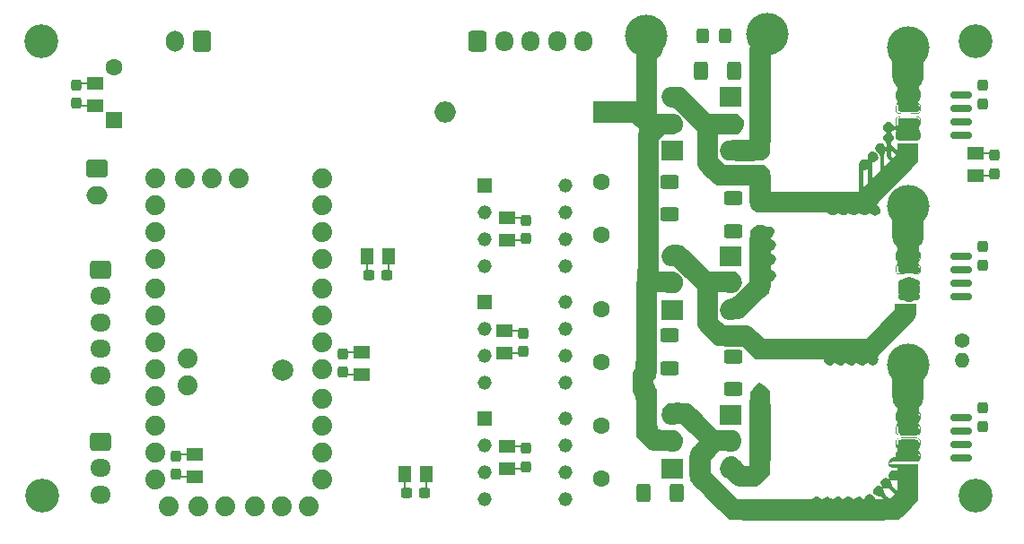
<source format=gbs>
G04 #@! TF.GenerationSoftware,KiCad,Pcbnew,(6.0.7)*
G04 #@! TF.CreationDate,2022-11-24T14:56:22+11:00*
G04 #@! TF.ProjectId,epic esc with regen,65706963-2065-4736-9320-776974682072,rev?*
G04 #@! TF.SameCoordinates,Original*
G04 #@! TF.FileFunction,Soldermask,Bot*
G04 #@! TF.FilePolarity,Negative*
%FSLAX46Y46*%
G04 Gerber Fmt 4.6, Leading zero omitted, Abs format (unit mm)*
G04 Created by KiCad (PCBNEW (6.0.7)) date 2022-11-24 14:56:22*
%MOMM*%
%LPD*%
G01*
G04 APERTURE LIST*
G04 Aperture macros list*
%AMRoundRect*
0 Rectangle with rounded corners*
0 $1 Rounding radius*
0 $2 $3 $4 $5 $6 $7 $8 $9 X,Y pos of 4 corners*
0 Add a 4 corners polygon primitive as box body*
4,1,4,$2,$3,$4,$5,$6,$7,$8,$9,$2,$3,0*
0 Add four circle primitives for the rounded corners*
1,1,$1+$1,$2,$3*
1,1,$1+$1,$4,$5*
1,1,$1+$1,$6,$7*
1,1,$1+$1,$8,$9*
0 Add four rect primitives between the rounded corners*
20,1,$1+$1,$2,$3,$4,$5,0*
20,1,$1+$1,$4,$5,$6,$7,0*
20,1,$1+$1,$6,$7,$8,$9,0*
20,1,$1+$1,$8,$9,$2,$3,0*%
%AMFreePoly0*
4,1,13,0.080902,2.058779,0.100000,2.000000,0.100000,0.725000,0.587500,0.725000,0.587500,-0.725000,-0.587500,-0.725000,-0.587500,0.725000,-0.100000,0.725000,-0.100000,2.000000,-0.080902,2.058779,-0.030902,2.095106,0.030902,2.095106,0.080902,2.058779,0.080902,2.058779,$1*%
G04 Aperture macros list end*
%ADD10C,2.000000*%
%ADD11RoundRect,0.237500X-0.237500X0.300000X-0.237500X-0.300000X0.237500X-0.300000X0.237500X0.300000X0*%
%ADD12FreePoly0,270.000000*%
%ADD13RoundRect,0.237500X0.237500X-0.300000X0.237500X0.300000X-0.237500X0.300000X-0.237500X-0.300000X0*%
%ADD14FreePoly0,90.000000*%
%ADD15RoundRect,0.237500X0.300000X0.237500X-0.300000X0.237500X-0.300000X-0.237500X0.300000X-0.237500X0*%
%ADD16FreePoly0,180.000000*%
%ADD17C,1.600000*%
%ADD18RoundRect,0.250000X-0.750000X0.600000X-0.750000X-0.600000X0.750000X-0.600000X0.750000X0.600000X0*%
%ADD19O,2.000000X1.700000*%
%ADD20R,1.318000X1.318000*%
%ADD21C,1.318000*%
%ADD22RoundRect,0.250000X-0.725000X0.600000X-0.725000X-0.600000X0.725000X-0.600000X0.725000X0.600000X0*%
%ADD23O,1.950000X1.700000*%
%ADD24C,1.879600*%
%ADD25C,3.200000*%
%ADD26R,2.000000X2.000000*%
%ADD27O,2.000000X2.000000*%
%ADD28C,2.000000*%
%ADD29C,1.400000*%
%ADD30O,1.400000X1.400000*%
%ADD31R,1.600000X1.600000*%
%ADD32RoundRect,0.250000X0.600000X0.750000X-0.600000X0.750000X-0.600000X-0.750000X0.600000X-0.750000X0*%
%ADD33O,1.700000X2.000000*%
%ADD34RoundRect,0.250000X-0.600000X-0.725000X0.600000X-0.725000X0.600000X0.725000X-0.600000X0.725000X0*%
%ADD35O,1.700000X1.950000*%
%ADD36RoundRect,0.250000X0.325000X0.450000X-0.325000X0.450000X-0.325000X-0.450000X0.325000X-0.450000X0*%
%ADD37R,2.000000X1.905000*%
%ADD38O,2.000000X1.905000*%
%ADD39RoundRect,0.150000X-0.825000X-0.150000X0.825000X-0.150000X0.825000X0.150000X-0.825000X0.150000X0*%
%ADD40C,4.000000*%
%ADD41RoundRect,0.250000X-0.625000X0.400000X-0.625000X-0.400000X0.625000X-0.400000X0.625000X0.400000X0*%
%ADD42RoundRect,0.250000X-0.400000X-0.625000X0.400000X-0.625000X0.400000X0.625000X-0.400000X0.625000X0*%
%ADD43RoundRect,0.250000X0.625000X-0.400000X0.625000X0.400000X-0.625000X0.400000X-0.625000X-0.400000X0*%
G04 APERTURE END LIST*
D10*
X170229420Y-87128206D02*
X170222729Y-86814006D01*
G36*
X169008059Y-72140375D02*
G01*
X169055738Y-72028833D01*
X169056698Y-72027857D01*
X169069258Y-71979713D01*
X169004142Y-71958197D01*
X168893424Y-71961416D01*
X168769177Y-71987475D01*
X168663472Y-72034484D01*
X168640111Y-72052443D01*
X168578819Y-72118767D01*
X168579813Y-72180372D01*
X168648908Y-72276902D01*
X168678169Y-72311927D01*
X168795701Y-72523115D01*
X168800420Y-72738501D01*
X168692339Y-72950985D01*
X168676832Y-72970017D01*
X168585483Y-73090530D01*
X168537308Y-73177396D01*
X168535091Y-73188915D01*
X168572837Y-73250178D01*
X168672769Y-73366673D01*
X168814933Y-73515465D01*
X168846921Y-73547321D01*
X169158752Y-73855278D01*
X169158752Y-73207142D01*
X171143127Y-73207142D01*
X171143127Y-73968853D01*
X171138784Y-74265826D01*
X171126910Y-74534391D01*
X171109237Y-74747650D01*
X171087498Y-74878705D01*
X171083787Y-74890170D01*
X171032718Y-74961248D01*
X170909117Y-75103649D01*
X170721029Y-75308914D01*
X170476501Y-75568585D01*
X170183579Y-75874206D01*
X169850312Y-76217318D01*
X169484744Y-76589464D01*
X169094923Y-76982185D01*
X169063433Y-77013735D01*
X168612128Y-77466405D01*
X168235663Y-77845830D01*
X167928161Y-78158400D01*
X167683740Y-78410510D01*
X167496523Y-78608549D01*
X167360629Y-78758909D01*
X167270178Y-78867983D01*
X167219292Y-78942162D01*
X167202090Y-78987838D01*
X167212693Y-79011403D01*
X167221964Y-79015635D01*
X167379900Y-79116418D01*
X167506360Y-79284815D01*
X167569162Y-79475051D01*
X167571252Y-79512453D01*
X167520573Y-79696289D01*
X167390763Y-79862002D01*
X167215162Y-79977036D01*
X167060984Y-80010714D01*
X166865517Y-79960117D01*
X166716444Y-79844986D01*
X166550716Y-79679258D01*
X166384988Y-79844986D01*
X166187544Y-79980603D01*
X165981257Y-80003366D01*
X165769140Y-79913189D01*
X165704620Y-79863933D01*
X165530180Y-79717152D01*
X165355741Y-79863933D01*
X165141763Y-79985547D01*
X164927207Y-79995326D01*
X164720356Y-79893133D01*
X164698232Y-79874881D01*
X164540317Y-79739049D01*
X164378890Y-79874881D01*
X164170454Y-79989516D01*
X163955810Y-79991578D01*
X163741441Y-79881175D01*
X163720245Y-79863933D01*
X163545805Y-79717152D01*
X163371366Y-79863933D01*
X163157644Y-79985672D01*
X162943006Y-79994414D01*
X162731827Y-79890119D01*
X162707275Y-79870299D01*
X162540401Y-79729884D01*
X159192974Y-79714384D01*
X155845547Y-79698883D01*
X155627707Y-79524763D01*
X155482770Y-79399292D01*
X155375712Y-79274727D01*
X155300905Y-79131378D01*
X155252721Y-78949552D01*
X155225529Y-78709559D01*
X155213701Y-78391706D01*
X155211518Y-78068861D01*
X155211430Y-77175892D01*
X153707154Y-77175892D01*
X153216606Y-77174445D01*
X152827473Y-77169734D01*
X152527809Y-77161203D01*
X152305670Y-77148298D01*
X152149110Y-77130463D01*
X152046184Y-77107144D01*
X152020435Y-77097504D01*
X151905532Y-77022668D01*
X151733846Y-76879268D01*
X151522446Y-76684786D01*
X151288402Y-76456703D01*
X151048782Y-76212501D01*
X150820655Y-75969661D01*
X150621090Y-75745667D01*
X150467155Y-75558000D01*
X150375921Y-75424141D01*
X150365474Y-75402500D01*
X150339051Y-75320335D01*
X150318359Y-75206277D01*
X150302771Y-75047179D01*
X150291658Y-74829899D01*
X150284391Y-74541289D01*
X150280340Y-74168205D01*
X150278878Y-73697503D01*
X150278841Y-73591119D01*
X150278841Y-71987079D01*
X149187435Y-70902350D01*
X148862288Y-70579699D01*
X148606208Y-70328037D01*
X148408011Y-70138247D01*
X148256509Y-70001209D01*
X148140518Y-69907805D01*
X148048851Y-69848916D01*
X147970323Y-69815423D01*
X147893749Y-69798208D01*
X147822486Y-69789628D01*
X147523345Y-69704356D01*
X147257670Y-69522511D01*
X147048761Y-69260455D01*
X147035450Y-69236972D01*
X146944936Y-68963176D01*
X146952063Y-68672957D01*
X147048412Y-68390005D01*
X147225564Y-68138012D01*
X147475100Y-67940670D01*
X147501252Y-67926169D01*
X147668571Y-67871774D01*
X147910584Y-67835445D01*
X148189842Y-67818436D01*
X148468901Y-67821998D01*
X148710313Y-67847384D01*
X148843565Y-67881281D01*
X148923065Y-67935592D01*
X149070819Y-68060096D01*
X149275434Y-68244274D01*
X149525519Y-68477605D01*
X149809682Y-68749570D01*
X150116532Y-69049648D01*
X150222145Y-69154359D01*
X151441118Y-70367138D01*
X152754189Y-70383903D01*
X154067260Y-70400669D01*
X154284993Y-70574790D01*
X154527109Y-70830135D01*
X154665559Y-71115229D01*
X154700344Y-71413869D01*
X154631462Y-71709849D01*
X154458913Y-71986969D01*
X154285048Y-72154227D01*
X154067370Y-72328348D01*
X153165293Y-72346423D01*
X152263216Y-72364499D01*
X152263216Y-74578120D01*
X152523396Y-74882663D01*
X152783576Y-75187207D01*
X154672684Y-75203536D01*
X156561792Y-75219866D01*
X156779580Y-75393986D01*
X156924502Y-75519473D01*
X157031548Y-75644048D01*
X157106345Y-75787406D01*
X157154523Y-75969238D01*
X157181710Y-76209238D01*
X157193535Y-76527097D01*
X157195717Y-76849888D01*
X157195805Y-77742857D01*
X165530180Y-77742857D01*
X165532006Y-77368994D01*
X165927055Y-77368994D01*
X166380627Y-76926094D01*
X166380627Y-76255248D01*
X166379738Y-75971624D01*
X166375012Y-75784157D01*
X166363363Y-75675614D01*
X166341702Y-75628763D01*
X166306944Y-75626369D01*
X166270961Y-75643094D01*
X166124404Y-75692530D01*
X166044176Y-75701785D01*
X165998804Y-75706741D01*
X165966970Y-75732968D01*
X165946280Y-75797504D01*
X165934339Y-75917388D01*
X165928754Y-76109658D01*
X165927131Y-76391352D01*
X165927055Y-76535390D01*
X165927055Y-77368994D01*
X165532006Y-77368994D01*
X165535925Y-76566406D01*
X165537191Y-76200335D01*
X165537387Y-75862294D01*
X165536578Y-75572608D01*
X165534828Y-75351600D01*
X165532203Y-75219596D01*
X165531579Y-75205676D01*
X165570919Y-75002805D01*
X165693491Y-74836997D01*
X165870744Y-74726277D01*
X166074127Y-74688668D01*
X166270086Y-74739472D01*
X166335305Y-74766045D01*
X166360798Y-74736578D01*
X166355119Y-74628479D01*
X166344100Y-74543977D01*
X166330638Y-74375119D01*
X166361128Y-74261112D01*
X166453559Y-74146426D01*
X166482355Y-74117227D01*
X166682975Y-73975032D01*
X166885036Y-73945898D01*
X167084983Y-74029862D01*
X167178738Y-74109924D01*
X167316544Y-74308399D01*
X167341441Y-74511252D01*
X167253427Y-74712406D01*
X167178738Y-74799004D01*
X167045637Y-74904808D01*
X166920986Y-74961638D01*
X166895256Y-74964732D01*
X166848294Y-74969886D01*
X166815826Y-74997105D01*
X166795183Y-75064022D01*
X166783697Y-75188271D01*
X166778697Y-75387486D01*
X166777515Y-75679302D01*
X166777502Y-75742670D01*
X166777502Y-76520608D01*
X167146029Y-76155357D01*
X167514555Y-75790106D01*
X167514555Y-74984364D01*
X167513552Y-74666297D01*
X167508938Y-74443545D01*
X167498311Y-74298039D01*
X167479267Y-74211708D01*
X167449401Y-74166482D01*
X167406309Y-74144290D01*
X167402641Y-74143103D01*
X167251448Y-74045087D01*
X167127961Y-73879741D01*
X167063964Y-73693056D01*
X167060984Y-73648707D01*
X167111663Y-73464871D01*
X167241472Y-73299158D01*
X167417073Y-73184124D01*
X167571252Y-73150446D01*
X167769964Y-73198182D01*
X167930536Y-73322629D01*
X168037338Y-73495649D01*
X168074737Y-73689103D01*
X168027103Y-73874852D01*
X167998278Y-73919185D01*
X167959219Y-74004903D01*
X167933275Y-74151320D01*
X167918581Y-74375734D01*
X167913269Y-74695443D01*
X167913233Y-74707466D01*
X167911430Y-75385692D01*
X168477832Y-74827808D01*
X168308024Y-74652611D01*
X168235498Y-74574244D01*
X168187272Y-74501042D01*
X168158389Y-74408644D01*
X168143890Y-74272691D01*
X168138819Y-74068823D01*
X168138800Y-74060864D01*
X168546087Y-74060864D01*
X168548326Y-74273862D01*
X168590608Y-74412291D01*
X168626806Y-74461834D01*
X168694800Y-74526975D01*
X168752994Y-74528559D01*
X168839701Y-74459806D01*
X168885836Y-74415992D01*
X169046796Y-74261783D01*
X168805118Y-74015022D01*
X168563439Y-73768261D01*
X168546087Y-74060864D01*
X168138800Y-74060864D01*
X168138216Y-73818291D01*
X168137336Y-73535970D01*
X168131389Y-73342853D01*
X168115413Y-73214751D01*
X168084447Y-73127475D01*
X168033528Y-73056836D01*
X167968127Y-72989079D01*
X167828366Y-72789386D01*
X167799868Y-72587005D01*
X167882822Y-72390998D01*
X167953953Y-72309812D01*
X168109868Y-72158258D01*
X167953953Y-72005959D01*
X167822572Y-71814715D01*
X167802603Y-71613387D01*
X167893898Y-71412190D01*
X167963766Y-71331799D01*
X168159951Y-71192540D01*
X168357215Y-71166552D01*
X168556267Y-71253866D01*
X168680504Y-71364508D01*
X168832657Y-71510240D01*
X168931716Y-71559688D01*
X168986220Y-71508717D01*
X169004707Y-71353190D01*
X169002095Y-71208712D01*
X168999833Y-71133866D01*
X169056438Y-71133866D01*
X169057511Y-71364558D01*
X169090618Y-71490749D01*
X169111492Y-71512082D01*
X169179461Y-71537264D01*
X169219836Y-71498043D01*
X169239111Y-71377886D01*
X169243796Y-71175322D01*
X169243796Y-70854241D01*
X169731142Y-70813627D01*
X170032466Y-70798861D01*
X170363191Y-70798494D01*
X170654142Y-70812526D01*
X170666633Y-70813627D01*
X171114779Y-70854241D01*
X171131782Y-71180245D01*
X171157660Y-71388565D01*
X171200149Y-71491019D01*
X171247612Y-71491559D01*
X171288414Y-71394136D01*
X171310921Y-71202704D01*
X171312348Y-71118912D01*
X171301336Y-70960804D01*
X171260348Y-70842947D01*
X171175203Y-70759607D01*
X171031719Y-70705051D01*
X170815712Y-70673546D01*
X170513002Y-70659358D01*
X170168841Y-70656639D01*
X169792081Y-70659449D01*
X169513442Y-70671351D01*
X169317680Y-70698884D01*
X169189553Y-70748588D01*
X169113816Y-70827002D01*
X169075227Y-70940666D01*
X169058543Y-71096120D01*
X169056438Y-71133866D01*
X168999833Y-71133866D01*
X168996236Y-71014824D01*
X169006594Y-70869700D01*
X169047219Y-70766277D01*
X169132160Y-70697491D01*
X169275467Y-70656279D01*
X169491190Y-70635578D01*
X169793379Y-70628324D01*
X170158292Y-70627455D01*
X170516306Y-70627948D01*
X170778305Y-70630832D01*
X170961666Y-70638215D01*
X171083766Y-70652207D01*
X171161983Y-70674915D01*
X171213693Y-70708448D01*
X171256274Y-70754914D01*
X171261469Y-70761303D01*
X171336761Y-70923869D01*
X171367464Y-71138366D01*
X171352172Y-71354594D01*
X171289475Y-71522352D01*
X171283065Y-71531260D01*
X171214042Y-71692896D01*
X171208061Y-71876611D01*
X171264939Y-72029648D01*
X171284868Y-72052965D01*
X171350229Y-72184669D01*
X171373343Y-72375219D01*
X171355919Y-72578933D01*
X171299669Y-72750132D01*
X171256520Y-72810267D01*
X171207417Y-72851536D01*
X171143517Y-72881411D01*
X171047218Y-72901713D01*
X170900919Y-72914262D01*
X170687019Y-72920876D01*
X170387916Y-72923377D01*
X170159727Y-72923660D01*
X169799175Y-72922586D01*
X169534881Y-72918266D01*
X169349721Y-72909052D01*
X169226571Y-72893294D01*
X169148307Y-72869346D01*
X169097805Y-72835559D01*
X169082494Y-72819977D01*
X169026898Y-72700596D01*
X168995032Y-72519023D01*
X168992851Y-72454008D01*
X169042557Y-72454008D01*
X169045956Y-72629200D01*
X169069290Y-72750121D01*
X169083157Y-72772470D01*
X169111141Y-72795209D01*
X169112633Y-72794184D01*
X171148468Y-72794184D01*
X171172375Y-72789734D01*
X171223963Y-72728560D01*
X171285287Y-72596624D01*
X171312283Y-72426778D01*
X171312348Y-72416730D01*
X171296860Y-72255913D01*
X171260343Y-72136310D01*
X171256520Y-72129910D01*
X171221892Y-72106971D01*
X171204080Y-72180757D01*
X171199917Y-72300000D01*
X171191732Y-72492656D01*
X171173332Y-72660625D01*
X171166493Y-72696875D01*
X171148468Y-72794184D01*
X169112633Y-72794184D01*
X169130172Y-72782139D01*
X169144835Y-72713289D01*
X169159709Y-72568686D01*
X169176338Y-72366351D01*
X169190667Y-72155297D01*
X169189618Y-72038692D01*
X169170629Y-71998318D01*
X169131138Y-72015957D01*
X169127484Y-72018941D01*
X169085769Y-72107265D01*
X169056644Y-72266158D01*
X169042557Y-72454008D01*
X168992851Y-72454008D01*
X168988288Y-72318028D01*
X169008059Y-72140375D01*
G37*
G36*
X168988663Y-102639531D02*
G01*
X169010569Y-102470289D01*
X169066235Y-102356050D01*
X169073707Y-102349107D01*
X169137722Y-102242330D01*
X169158752Y-102122321D01*
X169129543Y-101980501D01*
X169073707Y-101895535D01*
X169014492Y-101782957D01*
X168989647Y-101568922D01*
X168989307Y-101545314D01*
X169045405Y-101545314D01*
X169050091Y-101718067D01*
X169071157Y-101836318D01*
X169084101Y-101858683D01*
X169145562Y-101871643D01*
X169191726Y-101775400D01*
X169221282Y-101573278D01*
X169226375Y-101498660D01*
X169243796Y-101186830D01*
X169691942Y-101146216D01*
X169979014Y-101131450D01*
X170309385Y-101131084D01*
X170613879Y-101145116D01*
X170627433Y-101146216D01*
X171114779Y-101186830D01*
X171122927Y-101498660D01*
X171129792Y-101717955D01*
X171139864Y-101840464D01*
X171158775Y-101882770D01*
X171192158Y-101861454D01*
X171229975Y-101813828D01*
X171296673Y-101648478D01*
X171307563Y-101439548D01*
X171263073Y-101241921D01*
X171224957Y-101171097D01*
X171188357Y-101125417D01*
X171140851Y-101092360D01*
X171065197Y-101069888D01*
X170944158Y-101055963D01*
X170760493Y-101048547D01*
X170496963Y-101045602D01*
X170159064Y-101045089D01*
X169751491Y-101048273D01*
X169449863Y-101058141D01*
X169246901Y-101075166D01*
X169135326Y-101099822D01*
X169113395Y-101113125D01*
X169078680Y-101201534D01*
X169055476Y-101359367D01*
X169045405Y-101545314D01*
X168989307Y-101545314D01*
X168988663Y-101500505D01*
X168992036Y-101329000D01*
X169011758Y-101200813D01*
X169062233Y-101109642D01*
X169157862Y-101049182D01*
X169313051Y-101013132D01*
X169542201Y-100995187D01*
X169859716Y-100989045D01*
X170158887Y-100988392D01*
X170513543Y-100989320D01*
X170772853Y-100993381D01*
X170954859Y-101002496D01*
X171077599Y-101018582D01*
X171159116Y-101043558D01*
X171217449Y-101079343D01*
X171245829Y-101103994D01*
X171337483Y-101256581D01*
X171375682Y-101463451D01*
X171359803Y-101678552D01*
X171289225Y-101855834D01*
X171256520Y-101895535D01*
X171171110Y-102025371D01*
X171143127Y-102138069D01*
X171184588Y-102273208D01*
X171256520Y-102364300D01*
X171336341Y-102496329D01*
X171372053Y-102688949D01*
X171362845Y-102897948D01*
X171307905Y-103079117D01*
X171270694Y-103136641D01*
X171235224Y-103173971D01*
X171188945Y-103202823D01*
X171117659Y-103224474D01*
X171007168Y-103240199D01*
X170843275Y-103251277D01*
X170611780Y-103258984D01*
X170298485Y-103264596D01*
X169889194Y-103269392D01*
X169782413Y-103270489D01*
X169350600Y-103275205D01*
X169018973Y-103280284D01*
X168774324Y-103286937D01*
X168603450Y-103296375D01*
X168493144Y-103309813D01*
X168430202Y-103328461D01*
X168401418Y-103353531D01*
X168393588Y-103386236D01*
X168393350Y-103397991D01*
X168397447Y-103433446D01*
X168418585Y-103460832D01*
X168470038Y-103481390D01*
X168565076Y-103496362D01*
X168716973Y-103506989D01*
X168939001Y-103514511D01*
X169244430Y-103520171D01*
X169646535Y-103525208D01*
X169768238Y-103526566D01*
X171143127Y-103541748D01*
X171143127Y-105124549D01*
X171140864Y-105631957D01*
X171134278Y-106065064D01*
X171123675Y-106415089D01*
X171109358Y-106673251D01*
X171091633Y-106830770D01*
X171082675Y-106866350D01*
X171019558Y-106965041D01*
X170888408Y-107124786D01*
X170704720Y-107329953D01*
X170483988Y-107564909D01*
X170241708Y-107814022D01*
X169993375Y-108061660D01*
X169754486Y-108292191D01*
X169540534Y-108489981D01*
X169367015Y-108639399D01*
X169249425Y-108724811D01*
X169231443Y-108733965D01*
X169190391Y-108745272D01*
X169118856Y-108755478D01*
X169011520Y-108764637D01*
X168863062Y-108772801D01*
X168668166Y-108780021D01*
X168421511Y-108786351D01*
X168117779Y-108791842D01*
X167751652Y-108796546D01*
X167317810Y-108800516D01*
X166810935Y-108803804D01*
X166225707Y-108806462D01*
X165556808Y-108808542D01*
X164798920Y-108810097D01*
X163946723Y-108811178D01*
X162994899Y-108811839D01*
X161938129Y-108812130D01*
X161265595Y-108812150D01*
X160159213Y-108811996D01*
X159160658Y-108811597D01*
X158264366Y-108810892D01*
X157464771Y-108809819D01*
X156756309Y-108808317D01*
X156133415Y-108806326D01*
X155590523Y-108803783D01*
X155122068Y-108800627D01*
X154722485Y-108796797D01*
X154386210Y-108792232D01*
X154107678Y-108786870D01*
X153881322Y-108780650D01*
X153701579Y-108773511D01*
X153562882Y-108765391D01*
X153459668Y-108756229D01*
X153386371Y-108745964D01*
X153337426Y-108734535D01*
X153312100Y-108724531D01*
X153226711Y-108661066D01*
X153073872Y-108527041D01*
X152863890Y-108332771D01*
X152607071Y-108088573D01*
X152313721Y-107804765D01*
X151994145Y-107491661D01*
X151658651Y-107159580D01*
X151317544Y-106818837D01*
X150981129Y-106479748D01*
X150659714Y-106152631D01*
X150363604Y-105847803D01*
X150103106Y-105575578D01*
X149888525Y-105346274D01*
X149730167Y-105170208D01*
X149638338Y-105057696D01*
X149621149Y-105029834D01*
X149592133Y-104931236D01*
X149570493Y-104778138D01*
X149555463Y-104557281D01*
X149546280Y-104255410D01*
X149542179Y-103859268D01*
X149541788Y-103653125D01*
X149543083Y-103209824D01*
X149550173Y-102861892D01*
X149567866Y-102591308D01*
X149600969Y-102380053D01*
X149654288Y-102210106D01*
X149732632Y-102063448D01*
X149840808Y-101922057D01*
X149983622Y-101767915D01*
X150067507Y-101682469D01*
X150418208Y-101327662D01*
X149598030Y-100506018D01*
X148777852Y-99684375D01*
X148237618Y-99684375D01*
X147895541Y-99672214D01*
X147637212Y-99628664D01*
X147434909Y-99543121D01*
X147260907Y-99404980D01*
X147133610Y-99262095D01*
X147035853Y-99126258D01*
X146984077Y-98997736D01*
X146964349Y-98830236D01*
X146962100Y-98692187D01*
X146969312Y-98479224D01*
X147000237Y-98332939D01*
X147068805Y-98207042D01*
X147133610Y-98122279D01*
X147267076Y-97970473D01*
X147399036Y-97859714D01*
X147550378Y-97783689D01*
X147741989Y-97736087D01*
X147994758Y-97710594D01*
X148329572Y-97700897D01*
X148530850Y-97700000D01*
X148840301Y-97704028D01*
X149120940Y-97715096D01*
X149347594Y-97731673D01*
X149495090Y-97752232D01*
X149523922Y-97760299D01*
X149603373Y-97814612D01*
X149751063Y-97939155D01*
X149955618Y-98123416D01*
X150205662Y-98356881D01*
X150489821Y-98629036D01*
X150796719Y-98929369D01*
X150904159Y-99035969D01*
X152124789Y-100251339D01*
X152904529Y-100251339D01*
X153282050Y-100256047D01*
X153567399Y-100273609D01*
X153781535Y-100309179D01*
X153945416Y-100367914D01*
X154080002Y-100454969D01*
X154201462Y-100570360D01*
X154382044Y-100838084D01*
X154464707Y-101132403D01*
X154454057Y-101431476D01*
X154354699Y-101713459D01*
X154171241Y-101956511D01*
X153908288Y-102138789D01*
X153866711Y-102157652D01*
X153690904Y-102200774D01*
X153406741Y-102226912D01*
X153018032Y-102235714D01*
X152350927Y-102235714D01*
X151938545Y-102645344D01*
X151526162Y-103054974D01*
X151526163Y-103652168D01*
X151526163Y-104249362D01*
X152816459Y-105538743D01*
X154106755Y-106828125D01*
X161006445Y-106828125D01*
X161174895Y-106686383D01*
X161385922Y-106567808D01*
X161600224Y-106562385D01*
X161814128Y-106670086D01*
X161840562Y-106691423D01*
X162015002Y-106838204D01*
X162189441Y-106691423D01*
X162349849Y-106591609D01*
X162509291Y-106545252D01*
X162525270Y-106544642D01*
X162680182Y-106582646D01*
X162843940Y-106677550D01*
X162861098Y-106691423D01*
X163035538Y-106838204D01*
X163209977Y-106691423D01*
X163423960Y-106569767D01*
X163638869Y-106560564D01*
X163848219Y-106663924D01*
X163868622Y-106680475D01*
X164030050Y-106816307D01*
X164187964Y-106680475D01*
X164393450Y-106565845D01*
X164607559Y-106563204D01*
X164822010Y-106672413D01*
X164845473Y-106691423D01*
X165019913Y-106838204D01*
X165194352Y-106691423D01*
X165354760Y-106591609D01*
X165514202Y-106545252D01*
X165530180Y-106544642D01*
X165685093Y-106582646D01*
X165848851Y-106677550D01*
X165866009Y-106691423D01*
X165977969Y-106777390D01*
X166029499Y-106788940D01*
X166040448Y-106743759D01*
X166088705Y-106613134D01*
X166209712Y-106478965D01*
X166367827Y-106371002D01*
X166527404Y-106318997D01*
X166550716Y-106317857D01*
X166705147Y-106357542D01*
X166865194Y-106456948D01*
X166995123Y-106586603D01*
X167059200Y-106717032D01*
X167060984Y-106738719D01*
X167080834Y-106786294D01*
X167154908Y-106813818D01*
X167304992Y-106826073D01*
X167468466Y-106828125D01*
X167875949Y-106828125D01*
X167723870Y-106669388D01*
X167592463Y-106560268D01*
X167457016Y-106528332D01*
X167374733Y-106533658D01*
X167176854Y-106504944D01*
X167000826Y-106390898D01*
X166876706Y-106219281D01*
X166834198Y-106034375D01*
X166885265Y-105840483D01*
X167016745Y-105669640D01*
X167196063Y-105554423D01*
X167344466Y-105524107D01*
X167540498Y-105575436D01*
X167711152Y-105708263D01*
X167825177Y-105890844D01*
X167854734Y-106042405D01*
X167872533Y-106163688D01*
X167937243Y-106287204D01*
X168065832Y-106440859D01*
X168150350Y-106528581D01*
X168445967Y-106827916D01*
X168689261Y-106589141D01*
X168932554Y-106350366D01*
X168642677Y-106056843D01*
X168486883Y-105904456D01*
X168377114Y-105819501D01*
X168282614Y-105785971D01*
X168172624Y-105787856D01*
X168134852Y-105792552D01*
X167979200Y-105799063D01*
X167862520Y-105753014D01*
X167744078Y-105648959D01*
X167602005Y-105448401D01*
X167572989Y-105246319D01*
X167657065Y-105046338D01*
X167736980Y-104952781D01*
X167925841Y-104818511D01*
X168081520Y-104787053D01*
X168278541Y-104838493D01*
X168449085Y-104971936D01*
X168562551Y-105156066D01*
X168591788Y-105309265D01*
X168608752Y-105432724D01*
X168671614Y-105553557D01*
X168798321Y-105701415D01*
X168877601Y-105781372D01*
X169163415Y-106062723D01*
X169146909Y-105552455D01*
X169130404Y-105042187D01*
X168889912Y-105061191D01*
X168715742Y-105060083D01*
X168589330Y-105007008D01*
X168478863Y-104909637D01*
X168338146Y-104709750D01*
X168310436Y-104507435D01*
X168395764Y-104307079D01*
X168474033Y-104215728D01*
X168673690Y-104080693D01*
X168886823Y-104054694D01*
X169049086Y-104108691D01*
X169121661Y-104135509D01*
X169152418Y-104094501D01*
X169158752Y-103964955D01*
X169152239Y-103834478D01*
X169121104Y-103794367D01*
X169049086Y-103821219D01*
X168847051Y-103872055D01*
X168643105Y-103831443D01*
X168466217Y-103717041D01*
X168345353Y-103546508D01*
X168308305Y-103369642D01*
X168358803Y-103177764D01*
X168488571Y-103007308D01*
X168665020Y-102891146D01*
X168814212Y-102859375D01*
X168927257Y-102850356D01*
X168976618Y-102801300D01*
X168988073Y-102683418D01*
X169044906Y-102683418D01*
X169058279Y-102834973D01*
X169096167Y-102943272D01*
X169139853Y-102972767D01*
X169149872Y-102921353D01*
X169156377Y-102788208D01*
X169156560Y-102770992D01*
X171144930Y-102770992D01*
X171145893Y-102991398D01*
X171153612Y-103114954D01*
X171172041Y-103158168D01*
X171205132Y-103137549D01*
X171226368Y-103111171D01*
X171281012Y-102983669D01*
X171310082Y-102808742D01*
X171311413Y-102770992D01*
X171292419Y-102594569D01*
X171243199Y-102451261D01*
X171229975Y-102430814D01*
X171188729Y-102386302D01*
X171163691Y-102397919D01*
X171150730Y-102482193D01*
X171145712Y-102655650D01*
X171144930Y-102770992D01*
X169156560Y-102770992D01*
X169157884Y-102646763D01*
X169151519Y-102465015D01*
X169132536Y-102388695D01*
X169102055Y-102405803D01*
X169058636Y-102527423D01*
X169044906Y-102683418D01*
X168988073Y-102683418D01*
X168988483Y-102679204D01*
X168988663Y-102639531D01*
G37*
G36*
X169014398Y-84774767D02*
G01*
X169070255Y-84662842D01*
X169073707Y-84659821D01*
X169137722Y-84553044D01*
X169158752Y-84433035D01*
X169129543Y-84291215D01*
X169073707Y-84206250D01*
X169014761Y-84094610D01*
X168989767Y-83882241D01*
X168988714Y-83812721D01*
X169045359Y-83812721D01*
X169054042Y-83992550D01*
X169076685Y-84114322D01*
X169102055Y-84149553D01*
X169131617Y-84097437D01*
X169151879Y-83959174D01*
X169158068Y-83795748D01*
X171144923Y-83795748D01*
X171144930Y-83823549D01*
X171147860Y-84031516D01*
X171157507Y-84142852D01*
X171178603Y-84174301D01*
X171215877Y-84142607D01*
X171229975Y-84124543D01*
X171286264Y-83994140D01*
X171312891Y-83822282D01*
X171313216Y-83803175D01*
X171296951Y-83584853D01*
X171251255Y-83450058D01*
X171193757Y-83412500D01*
X171169418Y-83464472D01*
X171152025Y-83601612D01*
X171144923Y-83795748D01*
X169158068Y-83795748D01*
X169158752Y-83777680D01*
X169150973Y-83570631D01*
X169128843Y-83457119D01*
X169102055Y-83440848D01*
X169071720Y-83512222D01*
X169051145Y-83661336D01*
X169045359Y-83812721D01*
X168988714Y-83812721D01*
X168988663Y-83809375D01*
X169005009Y-83569646D01*
X169054954Y-83432300D01*
X169073707Y-83412500D01*
X169149686Y-83281597D01*
X169144457Y-83102311D01*
X169061648Y-82901496D01*
X168990911Y-82799688D01*
X168897558Y-82677248D01*
X168822848Y-82558332D01*
X168764720Y-82428884D01*
X168721107Y-82274846D01*
X168689949Y-82082162D01*
X168669179Y-81836774D01*
X168656735Y-81524627D01*
X168650553Y-81131663D01*
X168648569Y-80643824D01*
X168648484Y-80467257D01*
X168649637Y-79934923D01*
X168654786Y-79502233D01*
X168666465Y-79155449D01*
X168687211Y-78880832D01*
X168719557Y-78664642D01*
X168766040Y-78493142D01*
X168829193Y-78352591D01*
X168911551Y-78229251D01*
X169015651Y-78109382D01*
X169099356Y-78023639D01*
X169423691Y-77772659D01*
X169782161Y-77622777D01*
X170157547Y-77573995D01*
X170532633Y-77626311D01*
X170890200Y-77779726D01*
X171202523Y-78023639D01*
X171322706Y-78148918D01*
X171419440Y-78268408D01*
X171495259Y-78395850D01*
X171552700Y-78544980D01*
X171594295Y-78729539D01*
X171622582Y-78963266D01*
X171640093Y-79259899D01*
X171649366Y-79633177D01*
X171652933Y-80096839D01*
X171653395Y-80467257D01*
X171652310Y-80988077D01*
X171647681Y-81409571D01*
X171637444Y-81745796D01*
X171619535Y-82010808D01*
X171591890Y-82218664D01*
X171552446Y-82383422D01*
X171499138Y-82519138D01*
X171429904Y-82639868D01*
X171342679Y-82759671D01*
X171310967Y-82799688D01*
X171181884Y-83001785D01*
X171152025Y-83176068D01*
X171219286Y-83345622D01*
X171256520Y-83397029D01*
X171348683Y-83597416D01*
X171369913Y-83806330D01*
X171344624Y-84032589D01*
X171262836Y-84186239D01*
X171256520Y-84193188D01*
X171172151Y-84327625D01*
X171143127Y-84446412D01*
X171184666Y-84583522D01*
X171256520Y-84675014D01*
X171332255Y-84776642D01*
X171365699Y-84933350D01*
X171369913Y-85056141D01*
X171352227Y-85270481D01*
X171292385Y-85411703D01*
X171256520Y-85453571D01*
X171207417Y-85494839D01*
X171143517Y-85524714D01*
X171047218Y-85545016D01*
X170900919Y-85557565D01*
X170687019Y-85564180D01*
X170387916Y-85566681D01*
X170159727Y-85566964D01*
X169799175Y-85565890D01*
X169534881Y-85561570D01*
X169349721Y-85552355D01*
X169226571Y-85536598D01*
X169148307Y-85512650D01*
X169097805Y-85478863D01*
X169082494Y-85463281D01*
X169022653Y-85338269D01*
X168991053Y-85154100D01*
X168989716Y-85061200D01*
X169055590Y-85061200D01*
X169059266Y-85239464D01*
X169082086Y-85379568D01*
X169106025Y-85430006D01*
X169154299Y-85460484D01*
X169250742Y-85482591D01*
X169410026Y-85497451D01*
X169646820Y-85506186D01*
X169975793Y-85509920D01*
X170154667Y-85510267D01*
X170510387Y-85509680D01*
X170769909Y-85506568D01*
X170950427Y-85498907D01*
X171069135Y-85484673D01*
X171143226Y-85461842D01*
X171189894Y-85428389D01*
X171224957Y-85384259D01*
X171294797Y-85206256D01*
X171309238Y-84988477D01*
X171265358Y-84791665D01*
X171254525Y-84769486D01*
X171187578Y-84674729D01*
X171142804Y-84685458D01*
X171118712Y-84803963D01*
X171113351Y-84985825D01*
X171114779Y-85311830D01*
X170627433Y-85352444D01*
X170326109Y-85367209D01*
X169995384Y-85367576D01*
X169704433Y-85353544D01*
X169691942Y-85352444D01*
X169243796Y-85311830D01*
X169226681Y-84982081D01*
X169206230Y-84778476D01*
X169170865Y-84682548D01*
X169141637Y-84674730D01*
X169098554Y-84741104D01*
X169069279Y-84882504D01*
X169055590Y-85061200D01*
X168989716Y-85061200D01*
X168988149Y-84952392D01*
X169014398Y-84774767D01*
G37*
G36*
X168990466Y-100262298D02*
G01*
X169007795Y-100036983D01*
X169052095Y-99870685D01*
X169075510Y-99829453D01*
X169151118Y-99645381D01*
X169118981Y-99453927D01*
X169071904Y-99375882D01*
X169019746Y-99247489D01*
X168991218Y-99054813D01*
X168988663Y-98975669D01*
X168995906Y-98888859D01*
X169044309Y-98888859D01*
X169047502Y-99067600D01*
X169069675Y-99224842D01*
X169109029Y-99325523D01*
X169139853Y-99344196D01*
X169148915Y-99292202D01*
X169155343Y-99155011D01*
X169157703Y-98975669D01*
X171146733Y-98975669D01*
X171148569Y-99197127D01*
X171156743Y-99321714D01*
X171175252Y-99365929D01*
X171208094Y-99346269D01*
X171229975Y-99319185D01*
X171283815Y-99192234D01*
X171312006Y-99016931D01*
X171313216Y-98975669D01*
X171293332Y-98798377D01*
X171244116Y-98654244D01*
X171229975Y-98632153D01*
X171188886Y-98587834D01*
X171164038Y-98599519D01*
X171151432Y-98683705D01*
X171147072Y-98856892D01*
X171146733Y-98975669D01*
X169157703Y-98975669D01*
X169157899Y-98960810D01*
X169157884Y-98933147D01*
X169152226Y-98716437D01*
X169135764Y-98607104D01*
X169107542Y-98599562D01*
X169102055Y-98607142D01*
X169061894Y-98723685D01*
X169044309Y-98888859D01*
X168995906Y-98888859D01*
X169005713Y-98771318D01*
X169050168Y-98613102D01*
X169071904Y-98575456D01*
X169149118Y-98397710D01*
X169119766Y-98203280D01*
X168990911Y-97994331D01*
X168900752Y-97876745D01*
X168827943Y-97763108D01*
X168770639Y-97640078D01*
X168726993Y-97494310D01*
X168695157Y-97312461D01*
X168673286Y-97081187D01*
X168659531Y-96787145D01*
X168652048Y-96416992D01*
X168648988Y-95957384D01*
X168648484Y-95520159D01*
X168649386Y-94968863D01*
X168653609Y-94517890D01*
X168663434Y-94154172D01*
X168681138Y-93864645D01*
X168709001Y-93636242D01*
X168749300Y-93455897D01*
X168804314Y-93310544D01*
X168876323Y-93187118D01*
X168967604Y-93072552D01*
X169080436Y-92953780D01*
X169099356Y-92934800D01*
X169423691Y-92683819D01*
X169782161Y-92533938D01*
X170157547Y-92485156D01*
X170532633Y-92537472D01*
X170890200Y-92690887D01*
X171202523Y-92934800D01*
X171318784Y-93055329D01*
X171413151Y-93169692D01*
X171487905Y-93290957D01*
X171545323Y-93432189D01*
X171587683Y-93606454D01*
X171617265Y-93826817D01*
X171636348Y-94106346D01*
X171647209Y-94458105D01*
X171652127Y-94895161D01*
X171653382Y-95430580D01*
X171653395Y-95520159D01*
X171652531Y-96060250D01*
X171648709Y-96500297D01*
X171640082Y-96853644D01*
X171624803Y-97133635D01*
X171601026Y-97353612D01*
X171566903Y-97526919D01*
X171520589Y-97666900D01*
X171460235Y-97786898D01*
X171383996Y-97900257D01*
X171310967Y-97994331D01*
X171181884Y-98196428D01*
X171152025Y-98370711D01*
X171219286Y-98540265D01*
X171256520Y-98591672D01*
X171349523Y-98794452D01*
X171369913Y-98975669D01*
X171329941Y-99223200D01*
X171256520Y-99359667D01*
X171176299Y-99489822D01*
X171143127Y-99599330D01*
X171176574Y-99709418D01*
X171256520Y-99838993D01*
X171344213Y-100023265D01*
X171373247Y-100247967D01*
X171343751Y-100467399D01*
X171255848Y-100635859D01*
X171254311Y-100637523D01*
X171206046Y-100683182D01*
X171147542Y-100716022D01*
X171060747Y-100738148D01*
X170927608Y-100751663D01*
X170730075Y-100758671D01*
X170450095Y-100761276D01*
X170189694Y-100761607D01*
X169821282Y-100759667D01*
X169549275Y-100752921D01*
X169356736Y-100739979D01*
X169226729Y-100719450D01*
X169142319Y-100689943D01*
X169114671Y-100673347D01*
X169040340Y-100602091D01*
X169002563Y-100499410D01*
X168994338Y-100382602D01*
X169051363Y-100382602D01*
X169064974Y-100504257D01*
X169111662Y-100590232D01*
X169205727Y-100646773D01*
X169361467Y-100680121D01*
X169593178Y-100696521D01*
X169915160Y-100702216D01*
X170165113Y-100703107D01*
X170511218Y-100702769D01*
X170762264Y-100698874D01*
X170936573Y-100689446D01*
X171052469Y-100672508D01*
X171128274Y-100646085D01*
X171182312Y-100608200D01*
X171199823Y-100591517D01*
X171272253Y-100468446D01*
X171310114Y-100301599D01*
X171314432Y-100124361D01*
X171286235Y-99970115D01*
X171226549Y-99872245D01*
X171177162Y-99854464D01*
X171133429Y-99908868D01*
X171113423Y-100067284D01*
X171112358Y-100152120D01*
X171114779Y-100449776D01*
X170774600Y-100499495D01*
X170160141Y-100547575D01*
X169579444Y-100504060D01*
X169555627Y-100500281D01*
X169243796Y-100449776D01*
X169226531Y-100148426D01*
X169202031Y-99956069D01*
X169163227Y-99870588D01*
X169119692Y-99888008D01*
X169080996Y-100004354D01*
X169056712Y-100215651D01*
X169056533Y-100219026D01*
X169051363Y-100382602D01*
X168994338Y-100382602D01*
X168990622Y-100329836D01*
X168990466Y-100262298D01*
G37*
G36*
X156534658Y-80919944D02*
G01*
X156636786Y-80964151D01*
X156886196Y-81041016D01*
X157044000Y-81043185D01*
X157197440Y-81043042D01*
X157319903Y-81100458D01*
X157420942Y-81190967D01*
X157563632Y-81388746D01*
X157593273Y-81585291D01*
X157509779Y-81782971D01*
X157394243Y-81913716D01*
X157260810Y-82063765D01*
X157201237Y-82184844D01*
X157220342Y-82260832D01*
X157285211Y-82278571D01*
X157412584Y-82326686D01*
X157544588Y-82447210D01*
X157651752Y-82604408D01*
X157704602Y-82762546D01*
X157706073Y-82788839D01*
X157666388Y-82943269D01*
X157566982Y-83103316D01*
X157437327Y-83233246D01*
X157306897Y-83297323D01*
X157285211Y-83299107D01*
X157215700Y-83343678D01*
X157195805Y-83469196D01*
X157219234Y-83601436D01*
X157285211Y-83639285D01*
X157412584Y-83687401D01*
X157544588Y-83807924D01*
X157651752Y-83965122D01*
X157704602Y-84123260D01*
X157706073Y-84149553D01*
X157666388Y-84303984D01*
X157566982Y-84464031D01*
X157437327Y-84593960D01*
X157306897Y-84658037D01*
X157285211Y-84659821D01*
X157227148Y-84688983D01*
X157200311Y-84791726D01*
X157195805Y-84914955D01*
X157206025Y-85080647D01*
X157242028Y-85157231D01*
X157285211Y-85170089D01*
X157412584Y-85218204D01*
X157544588Y-85338728D01*
X157651752Y-85495926D01*
X157704602Y-85654064D01*
X157706073Y-85680357D01*
X157666388Y-85834787D01*
X157566982Y-85994834D01*
X157437327Y-86124764D01*
X157306897Y-86188841D01*
X157285211Y-86190625D01*
X157231672Y-86215253D01*
X157204123Y-86304590D01*
X157195838Y-86481813D01*
X157195805Y-86498764D01*
X157183715Y-86707209D01*
X157152917Y-86894247D01*
X157130986Y-86966509D01*
X157080281Y-87134593D01*
X157060115Y-87267857D01*
X157025557Y-87381176D01*
X156940671Y-87411429D01*
X156864378Y-87453049D01*
X156716801Y-87573390D01*
X156503244Y-87767550D01*
X156229012Y-88030630D01*
X155899409Y-88357731D01*
X155721698Y-88537455D01*
X155424423Y-88835964D01*
X155144047Y-89110423D01*
X154892800Y-89349410D01*
X154682911Y-89541501D01*
X154526610Y-89675276D01*
X154436127Y-89739311D01*
X154433675Y-89740424D01*
X154264612Y-89783348D01*
X154022335Y-89808627D01*
X153744564Y-89816304D01*
X153469016Y-89806425D01*
X153233408Y-89779033D01*
X153085314Y-89738837D01*
X152820097Y-89561661D01*
X152622244Y-89309891D01*
X152509466Y-89010817D01*
X152490002Y-88821496D01*
X152541320Y-88522862D01*
X152681936Y-88254189D01*
X152891846Y-88036168D01*
X153151042Y-87889486D01*
X153439519Y-87834834D01*
X153444091Y-87834821D01*
X153514881Y-87818614D01*
X153610162Y-87763885D01*
X153740815Y-87661470D01*
X153917720Y-87502204D01*
X154151758Y-87276924D01*
X154404240Y-87026187D01*
X155211430Y-86217554D01*
X155211430Y-83939923D01*
X155213009Y-83289763D01*
X155217684Y-82733993D01*
X155225370Y-82276166D01*
X155235978Y-81919833D01*
X155249419Y-81668548D01*
X155265607Y-81525863D01*
X155271734Y-81502686D01*
X155428516Y-81234903D01*
X155657695Y-81033073D01*
X155934777Y-80906860D01*
X156235263Y-80865929D01*
X156534658Y-80919944D01*
G37*
G36*
X157045766Y-62065059D02*
G01*
X157320692Y-62176177D01*
X157552545Y-62361758D01*
X157722309Y-62609112D01*
X157810970Y-62905550D01*
X157819466Y-63035645D01*
X157770547Y-63328961D01*
X157619614Y-63607768D01*
X157429190Y-63821216D01*
X157195805Y-64045334D01*
X157195805Y-68991074D01*
X157195151Y-69995140D01*
X157193180Y-70886853D01*
X157189881Y-71667247D01*
X157185241Y-72337354D01*
X157179248Y-72898207D01*
X157171890Y-73350839D01*
X157163154Y-73696282D01*
X157153030Y-73935570D01*
X157141503Y-74069736D01*
X157135733Y-74096420D01*
X157031937Y-74276517D01*
X156864740Y-74473300D01*
X156670503Y-74649555D01*
X156485589Y-74768070D01*
X156474747Y-74772893D01*
X156355896Y-74798672D01*
X156143289Y-74819615D01*
X155856082Y-74835734D01*
X155513433Y-74847038D01*
X155134500Y-74853538D01*
X154738441Y-74855247D01*
X154344413Y-74852173D01*
X153971573Y-74844329D01*
X153639080Y-74831724D01*
X153366091Y-74814371D01*
X153171764Y-74792278D01*
X153085314Y-74770980D01*
X152816366Y-74595307D01*
X152626367Y-74357216D01*
X152519052Y-74078762D01*
X152498160Y-73782002D01*
X152567424Y-73488991D01*
X152730582Y-73221787D01*
X152809023Y-73139879D01*
X152920808Y-73045531D01*
X153038239Y-72975540D01*
X153180020Y-72926366D01*
X153364851Y-72894471D01*
X153611432Y-72876317D01*
X153938466Y-72868363D01*
X154251282Y-72866964D01*
X155211430Y-72866964D01*
X155211430Y-68164851D01*
X155212152Y-67176910D01*
X155214319Y-66301934D01*
X155217938Y-65539507D01*
X155223013Y-64889211D01*
X155229550Y-64350628D01*
X155237554Y-63923340D01*
X155247029Y-63606931D01*
X155257982Y-63400981D01*
X155270416Y-63305075D01*
X155271087Y-63303132D01*
X155343462Y-63183058D01*
X155481232Y-63011500D01*
X155663082Y-62810040D01*
X155867691Y-62600260D01*
X156073743Y-62403742D01*
X156259919Y-62242067D01*
X156404901Y-62136818D01*
X156442757Y-62116962D01*
X156746783Y-62041090D01*
X157045766Y-62065059D01*
G37*
G36*
X156283808Y-95847830D02*
G01*
X156410314Y-95914233D01*
X156571973Y-96043173D01*
X156694012Y-96155022D01*
X156866934Y-96331142D01*
X157013493Y-96503909D01*
X157107000Y-96641299D01*
X157117747Y-96663469D01*
X157134978Y-96760667D01*
X157150297Y-96959358D01*
X157163705Y-97247706D01*
X157175205Y-97613879D01*
X157184797Y-98046041D01*
X157192483Y-98532359D01*
X157198264Y-99060998D01*
X157202143Y-99620126D01*
X157204120Y-100197907D01*
X157204196Y-100782508D01*
X157202374Y-101362095D01*
X157198655Y-101924833D01*
X157193040Y-102458889D01*
X157185531Y-102952429D01*
X157176129Y-103393619D01*
X157164835Y-103770624D01*
X157151652Y-104071611D01*
X157136580Y-104284745D01*
X157119621Y-104398193D01*
X157116789Y-104406173D01*
X157037017Y-104531202D01*
X156893085Y-104705065D01*
X156706574Y-104906444D01*
X156499066Y-105114021D01*
X156292142Y-105306479D01*
X156107386Y-105462499D01*
X155966378Y-105560763D01*
X155930619Y-105577843D01*
X155794333Y-105605314D01*
X155574040Y-105624064D01*
X155296320Y-105634382D01*
X154987754Y-105636558D01*
X154674920Y-105630882D01*
X154384398Y-105617643D01*
X154142769Y-105597132D01*
X153976611Y-105569637D01*
X153935761Y-105556093D01*
X153823231Y-105481204D01*
X153657024Y-105341071D01*
X153455679Y-105154560D01*
X153237732Y-104940534D01*
X153021722Y-104717856D01*
X152826186Y-104505391D01*
X152669661Y-104322002D01*
X152570686Y-104186553D01*
X152549582Y-104145527D01*
X152489040Y-103836753D01*
X152525406Y-103531142D01*
X152645934Y-103249676D01*
X152837880Y-103013339D01*
X153088499Y-102843113D01*
X153385046Y-102759980D01*
X153391555Y-102759331D01*
X153629132Y-102761174D01*
X153842808Y-102823995D01*
X154054905Y-102959654D01*
X154287746Y-103180014D01*
X154385484Y-103287494D01*
X154546405Y-103465421D01*
X154661215Y-103573783D01*
X154756864Y-103629733D01*
X154860305Y-103650425D01*
X154959958Y-103653125D01*
X155211430Y-103653125D01*
X155211430Y-100249518D01*
X155211818Y-99521509D01*
X155213105Y-98898606D01*
X155215479Y-98372525D01*
X155219124Y-97934982D01*
X155224227Y-97577691D01*
X155230975Y-97292369D01*
X155239553Y-97070730D01*
X155250148Y-96904492D01*
X155262946Y-96785368D01*
X155278132Y-96705075D01*
X155292022Y-96663469D01*
X155370638Y-96532884D01*
X155503010Y-96358153D01*
X155662088Y-96174681D01*
X155680494Y-96155022D01*
X155853523Y-95981549D01*
X155982414Y-95880874D01*
X156092424Y-95836121D01*
X156168355Y-95829017D01*
X156283808Y-95847830D01*
G37*
G36*
X169034037Y-69568877D02*
G01*
X169071904Y-69490189D01*
X169142389Y-69332238D01*
X169148638Y-69161895D01*
X169090467Y-69027707D01*
X169073707Y-69011607D01*
X169014761Y-68899967D01*
X168989767Y-68687598D01*
X168989082Y-68642414D01*
X169042957Y-68642414D01*
X169058980Y-68815348D01*
X169089961Y-68949936D01*
X169134159Y-69010908D01*
X169139853Y-69011607D01*
X169149134Y-68959675D01*
X169155877Y-68822923D01*
X169158732Y-68629919D01*
X169158748Y-68614732D01*
X171146733Y-68614732D01*
X171148684Y-68827259D01*
X171157469Y-68943079D01*
X171177490Y-68978854D01*
X171213146Y-68951244D01*
X171229975Y-68929900D01*
X171287010Y-68798439D01*
X171313054Y-68627783D01*
X171313216Y-68614732D01*
X171290468Y-68444117D01*
X171235184Y-68306851D01*
X171229975Y-68299564D01*
X171187866Y-68253855D01*
X171162919Y-68265751D01*
X171150734Y-68351913D01*
X171146910Y-68529000D01*
X171146733Y-68614732D01*
X169158748Y-68614732D01*
X169158752Y-68611386D01*
X169151476Y-68393154D01*
X169130668Y-68269234D01*
X169102055Y-68246205D01*
X169062753Y-68322574D01*
X169043635Y-68466400D01*
X169042957Y-68642414D01*
X168989082Y-68642414D01*
X168988663Y-68614732D01*
X169005009Y-68375003D01*
X169054954Y-68237657D01*
X169073707Y-68217857D01*
X169150070Y-68087368D01*
X169133774Y-67912327D01*
X169027357Y-67709786D01*
X168990911Y-67661742D01*
X168895442Y-67536053D01*
X168819497Y-67413571D01*
X168760861Y-67279755D01*
X168717320Y-67120066D01*
X168686657Y-66919964D01*
X168666658Y-66664908D01*
X168655106Y-66340359D01*
X168649787Y-65931776D01*
X168648484Y-65424619D01*
X168648484Y-65414355D01*
X168649824Y-64893558D01*
X168655654Y-64471947D01*
X168668686Y-64135329D01*
X168691635Y-63869513D01*
X168727211Y-63660305D01*
X168778130Y-63493513D01*
X168847104Y-63354944D01*
X168936846Y-63230405D01*
X169050069Y-63105704D01*
X169099356Y-63055782D01*
X169423691Y-62804802D01*
X169782161Y-62654920D01*
X170157547Y-62606138D01*
X170532633Y-62658454D01*
X170890200Y-62811869D01*
X171202523Y-63055782D01*
X171325293Y-63184223D01*
X171423560Y-63307157D01*
X171500037Y-63438776D01*
X171557437Y-63593272D01*
X171598474Y-63784839D01*
X171625859Y-64027670D01*
X171642308Y-64335955D01*
X171650532Y-64723890D01*
X171653245Y-65205665D01*
X171653395Y-65414355D01*
X171652145Y-65923446D01*
X171646919Y-66333698D01*
X171635500Y-66659651D01*
X171615675Y-66915845D01*
X171585227Y-67116820D01*
X171541940Y-67277117D01*
X171483600Y-67411274D01*
X171407991Y-67533833D01*
X171312898Y-67659333D01*
X171310967Y-67661742D01*
X171177956Y-67878925D01*
X171153266Y-68063496D01*
X171236927Y-68215126D01*
X171256520Y-68233050D01*
X171332255Y-68334678D01*
X171365699Y-68491385D01*
X171369913Y-68614177D01*
X171352227Y-68828517D01*
X171292385Y-68969739D01*
X171256520Y-69011607D01*
X171170999Y-69143017D01*
X171143127Y-69257953D01*
X171183890Y-69396746D01*
X171256520Y-69493526D01*
X171340061Y-69635363D01*
X171373209Y-69834865D01*
X171355672Y-70047969D01*
X171287157Y-70230616D01*
X171261653Y-70266821D01*
X171216959Y-70316533D01*
X171163761Y-70352400D01*
X171083897Y-70376976D01*
X170959206Y-70392813D01*
X170771526Y-70402465D01*
X170502695Y-70408486D01*
X170226943Y-70412278D01*
X169909211Y-70414291D01*
X169627711Y-70412379D01*
X169403582Y-70406974D01*
X169257962Y-70398510D01*
X169215448Y-70391582D01*
X169108413Y-70320720D01*
X169059533Y-70269918D01*
X169010892Y-70143167D01*
X168990919Y-69953206D01*
X168992914Y-69901360D01*
X169046227Y-69901360D01*
X169051122Y-70061751D01*
X169076380Y-70181480D01*
X169136250Y-70266091D01*
X169244977Y-70321130D01*
X169416809Y-70352142D01*
X169665992Y-70364673D01*
X170006773Y-70364269D01*
X170226495Y-70360758D01*
X170573652Y-70353387D01*
X170824963Y-70344333D01*
X170997974Y-70331385D01*
X171110231Y-70312333D01*
X171179278Y-70284964D01*
X171222663Y-70247066D01*
X171232857Y-70233918D01*
X171288737Y-70099512D01*
X171309187Y-69923599D01*
X171297877Y-69739732D01*
X171258481Y-69581463D01*
X171194669Y-69482346D01*
X171148730Y-69465178D01*
X171124468Y-69516532D01*
X171110053Y-69649534D01*
X171108202Y-69791183D01*
X171114779Y-70117187D01*
X169243796Y-70117187D01*
X169237092Y-69817551D01*
X169217705Y-69598078D01*
X169178988Y-69483170D01*
X169131753Y-69468078D01*
X169086815Y-69548054D01*
X169054987Y-69718348D01*
X169046227Y-69901360D01*
X168992914Y-69901360D01*
X168998879Y-69746341D01*
X169034037Y-69568877D01*
G37*
G36*
X148504080Y-82795112D02*
G01*
X148751202Y-82828471D01*
X148881936Y-82866953D01*
X148969622Y-82925960D01*
X149125463Y-83054291D01*
X149337435Y-83241083D01*
X149593516Y-83475474D01*
X149881683Y-83746602D01*
X150189915Y-84043605D01*
X150258884Y-84111005D01*
X151448879Y-85276943D01*
X152644692Y-85294387D01*
X153840505Y-85311830D01*
X154058222Y-85485950D01*
X154300334Y-85741308D01*
X154438779Y-86026410D01*
X154473556Y-86325055D01*
X154404664Y-86621039D01*
X154232103Y-86898162D01*
X154058272Y-87065388D01*
X153968657Y-87134503D01*
X153887176Y-87182857D01*
X153791381Y-87214747D01*
X153658821Y-87234470D01*
X153467047Y-87246320D01*
X153193609Y-87254594D01*
X153051911Y-87257968D01*
X152263216Y-87276427D01*
X152263216Y-89794721D01*
X152562655Y-90090441D01*
X152862094Y-90386160D01*
X153981887Y-90386160D01*
X154413474Y-90388596D01*
X154745049Y-90396442D01*
X154989900Y-90410504D01*
X155161314Y-90431589D01*
X155272580Y-90460505D01*
X155284122Y-90465228D01*
X155391984Y-90534843D01*
X155556533Y-90668676D01*
X155756664Y-90848441D01*
X155971269Y-91055856D01*
X156004061Y-91088888D01*
X156541557Y-91633482D01*
X166183057Y-91633482D01*
X167557512Y-90258168D01*
X168931966Y-88882854D01*
X168931966Y-88345089D01*
X170916341Y-88345089D01*
X170916341Y-88908362D01*
X170910372Y-89168509D01*
X170894347Y-89401994D01*
X170871092Y-89574762D01*
X170856366Y-89631242D01*
X170804636Y-89703860D01*
X170680815Y-89847304D01*
X170493382Y-90052614D01*
X170250818Y-90310828D01*
X169961603Y-90612983D01*
X169634217Y-90950117D01*
X169277139Y-91313270D01*
X169015429Y-91576785D01*
X168573543Y-92021163D01*
X168207325Y-92392476D01*
X167911198Y-92696766D01*
X167679587Y-92940074D01*
X167506917Y-93128440D01*
X167387612Y-93267906D01*
X167316097Y-93364512D01*
X167286797Y-93424300D01*
X167288598Y-93447767D01*
X167342668Y-93626934D01*
X167308881Y-93818851D01*
X167204931Y-93994824D01*
X167048507Y-94126155D01*
X166857302Y-94184150D01*
X166834198Y-94184821D01*
X166638731Y-94134224D01*
X166489658Y-94019093D01*
X166323930Y-93853365D01*
X166158202Y-94019093D01*
X165969341Y-94153363D01*
X165813663Y-94184821D01*
X165618196Y-94134224D01*
X165469123Y-94019093D01*
X165303395Y-93853365D01*
X165137667Y-94019093D01*
X164948806Y-94153363D01*
X164793127Y-94184821D01*
X164597660Y-94134224D01*
X164448587Y-94019093D01*
X164282859Y-93853365D01*
X164117131Y-94019093D01*
X163928270Y-94153363D01*
X163772591Y-94184821D01*
X163577124Y-94134224D01*
X163428051Y-94019093D01*
X163262323Y-93853365D01*
X163096595Y-94019093D01*
X162907734Y-94153363D01*
X162752055Y-94184821D01*
X162556589Y-94134224D01*
X162407516Y-94019093D01*
X162301711Y-93885991D01*
X162244881Y-93761341D01*
X162241788Y-93735611D01*
X162241788Y-93617857D01*
X159098827Y-93617857D01*
X158316529Y-93616739D01*
X157636172Y-93613407D01*
X157059541Y-93607893D01*
X156588417Y-93600229D01*
X156224585Y-93590447D01*
X155969829Y-93578580D01*
X155825932Y-93564659D01*
X155799363Y-93558355D01*
X155702692Y-93497665D01*
X155546265Y-93372556D01*
X155349588Y-93199697D01*
X155132167Y-92995755D01*
X155069560Y-92934694D01*
X154496259Y-92370535D01*
X153383428Y-92370535D01*
X153007067Y-92367490D01*
X152672757Y-92358928D01*
X152398834Y-92345705D01*
X152203635Y-92328679D01*
X152110992Y-92311029D01*
X152010509Y-92247525D01*
X151849975Y-92116256D01*
X151645642Y-91933342D01*
X151413759Y-91714900D01*
X151170575Y-91477049D01*
X150932341Y-91235908D01*
X150715306Y-91007595D01*
X150535721Y-90808229D01*
X150409834Y-90653927D01*
X150358036Y-90572245D01*
X150334282Y-90493301D01*
X150315467Y-90370381D01*
X150301115Y-90192032D01*
X150290751Y-89946800D01*
X150283901Y-89623230D01*
X150280091Y-89209869D01*
X150278845Y-88695262D01*
X150278841Y-88661561D01*
X150278841Y-86933320D01*
X149196677Y-85867441D01*
X148872216Y-85548409D01*
X148616905Y-85299936D01*
X148419320Y-85112797D01*
X148268033Y-84977768D01*
X148151619Y-84885625D01*
X148058652Y-84827144D01*
X147977705Y-84793100D01*
X147897353Y-84774269D01*
X147830550Y-84764573D01*
X147516892Y-84668744D01*
X147244390Y-84477011D01*
X147035738Y-84205350D01*
X147035450Y-84204829D01*
X146944936Y-83931033D01*
X146952063Y-83640814D01*
X147048412Y-83357862D01*
X147225564Y-83105869D01*
X147475100Y-82908527D01*
X147501252Y-82894026D01*
X147678869Y-82835920D01*
X147930293Y-82799574D01*
X148217903Y-82785725D01*
X148504080Y-82795112D01*
G37*
G36*
X145451150Y-62898801D02*
G01*
X145484053Y-63017828D01*
X145587283Y-63069615D01*
X145615560Y-63074569D01*
X145771475Y-63098188D01*
X145615560Y-63106683D01*
X145499266Y-63134077D01*
X145460862Y-63218076D01*
X145459645Y-63250807D01*
X145459645Y-63386437D01*
X145670070Y-63279156D01*
X145974811Y-63184984D01*
X146297549Y-63194500D01*
X146524524Y-63265676D01*
X146664969Y-63323347D01*
X146757468Y-63352470D01*
X146769904Y-63353365D01*
X146811789Y-63396304D01*
X146884938Y-63513856D01*
X146954167Y-63643078D01*
X147078742Y-63980282D01*
X147094761Y-64292172D01*
X147000759Y-64586748D01*
X146795266Y-64872013D01*
X146713565Y-64955144D01*
X146480180Y-65179262D01*
X146480180Y-70372321D01*
X147298588Y-70372321D01*
X147675163Y-70375889D01*
X147959188Y-70389487D01*
X148171363Y-70417461D01*
X148332389Y-70464154D01*
X148462964Y-70533910D01*
X148583790Y-70631072D01*
X148599105Y-70645236D01*
X148799192Y-70903056D01*
X148901757Y-71196058D01*
X148906798Y-71501568D01*
X148814315Y-71796914D01*
X148624310Y-72059422D01*
X148599105Y-72083781D01*
X148442346Y-72208699D01*
X148272275Y-72290193D01*
X148060134Y-72336296D01*
X147777161Y-72355043D01*
X147622223Y-72356696D01*
X147127450Y-72356696D01*
X146650270Y-72842908D01*
X146650270Y-85283482D01*
X147402382Y-85283482D01*
X147772770Y-85288981D01*
X148052390Y-85310210D01*
X148263536Y-85354270D01*
X148428502Y-85428259D01*
X148569584Y-85539277D01*
X148709078Y-85694424D01*
X148714714Y-85701369D01*
X148824661Y-85866345D01*
X148882236Y-86045332D01*
X148903509Y-86234017D01*
X148887804Y-86551708D01*
X148787167Y-86813900D01*
X148589459Y-87047423D01*
X148501698Y-87122084D01*
X148283708Y-87296205D01*
X146480180Y-87259695D01*
X146480180Y-91120954D01*
X146480060Y-91900984D01*
X146479390Y-92575710D01*
X146477708Y-93153220D01*
X146474550Y-93641602D01*
X146469454Y-94048944D01*
X146461956Y-94383335D01*
X146451594Y-94652863D01*
X146437905Y-94865617D01*
X146420426Y-95029684D01*
X146398693Y-95153153D01*
X146372244Y-95244113D01*
X146340616Y-95310651D01*
X146303347Y-95360856D01*
X146259972Y-95402817D01*
X146233829Y-95424910D01*
X146154455Y-95557672D01*
X146135077Y-95749292D01*
X146172887Y-95964217D01*
X146265078Y-96166895D01*
X146295917Y-96210991D01*
X146451832Y-96415309D01*
X146468278Y-98259381D01*
X146475489Y-98851430D01*
X146485581Y-99336501D01*
X146498497Y-99713222D01*
X146514182Y-99980221D01*
X146532580Y-100136129D01*
X146546090Y-100177396D01*
X146610197Y-100210428D01*
X146746839Y-100232972D01*
X146968754Y-100246182D01*
X147288679Y-100251213D01*
X147362226Y-100251339D01*
X147727779Y-100255485D01*
X148001947Y-100271133D01*
X148206539Y-100303095D01*
X148363366Y-100356182D01*
X148494238Y-100435208D01*
X148599105Y-100524254D01*
X148793195Y-100775242D01*
X148893377Y-101060030D01*
X148903969Y-101356509D01*
X148829287Y-101642575D01*
X148673651Y-101896121D01*
X148441378Y-102095040D01*
X148276601Y-102175410D01*
X148149488Y-102200428D01*
X147934224Y-102218691D01*
X147653935Y-102230399D01*
X147331750Y-102235750D01*
X146990798Y-102234945D01*
X146654204Y-102228181D01*
X146345099Y-102215657D01*
X146086609Y-102197573D01*
X145901863Y-102174127D01*
X145828171Y-102154349D01*
X145711416Y-102077188D01*
X145543123Y-101935448D01*
X145342987Y-101749204D01*
X145130702Y-101538526D01*
X144925960Y-101323487D01*
X144748457Y-101124159D01*
X144617885Y-100960616D01*
X144555420Y-100857134D01*
X144537582Y-100750492D01*
X144522574Y-100538663D01*
X144510649Y-100229824D01*
X144502059Y-99832152D01*
X144497056Y-99353825D01*
X144495805Y-98922224D01*
X144495287Y-98421618D01*
X144493325Y-98022404D01*
X144489314Y-97712584D01*
X144482645Y-97480161D01*
X144472711Y-97313138D01*
X144458905Y-97199516D01*
X144440619Y-97127298D01*
X144417246Y-97084486D01*
X144401978Y-97069107D01*
X144311727Y-96972382D01*
X144245425Y-96842332D01*
X144199881Y-96662163D01*
X144171906Y-96415083D01*
X144158308Y-96084297D01*
X144155627Y-95772321D01*
X144160560Y-95367998D01*
X144177487Y-95059933D01*
X144209597Y-94831333D01*
X144260082Y-94665404D01*
X144332130Y-94545353D01*
X144401978Y-94475535D01*
X144420089Y-94453277D01*
X144435726Y-94413472D01*
X144449071Y-94348296D01*
X144460301Y-94249921D01*
X144469596Y-94110521D01*
X144477135Y-93922271D01*
X144483097Y-93677345D01*
X144487662Y-93367915D01*
X144491009Y-92986156D01*
X144493317Y-92524242D01*
X144494764Y-91974347D01*
X144495531Y-91328644D01*
X144495796Y-90579307D01*
X144495805Y-90377397D01*
X144496074Y-89589812D01*
X144496987Y-88907769D01*
X144498701Y-88323419D01*
X144501374Y-87828913D01*
X144505165Y-87416401D01*
X144510232Y-87078033D01*
X144516732Y-86805961D01*
X144524824Y-86592335D01*
X144534666Y-86429305D01*
X144546415Y-86309022D01*
X144560231Y-86223637D01*
X144576270Y-86165300D01*
X144580850Y-86153531D01*
X144593728Y-86111756D01*
X144605266Y-86047447D01*
X144615537Y-85954688D01*
X144624611Y-85827564D01*
X144632561Y-85660157D01*
X144639458Y-85446554D01*
X144645372Y-85180837D01*
X144650377Y-84857091D01*
X144654542Y-84469400D01*
X144657940Y-84011848D01*
X144660641Y-83478520D01*
X144662718Y-82863500D01*
X144664242Y-82160872D01*
X144665284Y-81364719D01*
X144665915Y-80469127D01*
X144666208Y-79468180D01*
X144666244Y-79082473D01*
X144666420Y-78045447D01*
X144666888Y-77115889D01*
X144667719Y-76287874D01*
X144668989Y-75555476D01*
X144670769Y-74912770D01*
X144673133Y-74353831D01*
X144676155Y-73872735D01*
X144679909Y-73463555D01*
X144684466Y-73120367D01*
X144689902Y-72837246D01*
X144696288Y-72608267D01*
X144703700Y-72427504D01*
X144712209Y-72289033D01*
X144721889Y-72186928D01*
X144732815Y-72115265D01*
X144745058Y-72068117D01*
X144753348Y-72048590D01*
X144793225Y-71964010D01*
X144799898Y-71895450D01*
X144761544Y-71818422D01*
X144666338Y-71708442D01*
X144513813Y-71552497D01*
X144187525Y-71222767D01*
X142786204Y-71222767D01*
X142324713Y-71220239D01*
X141927802Y-71212952D01*
X141607033Y-71201353D01*
X141373968Y-71185888D01*
X141240169Y-71167005D01*
X141225278Y-71162464D01*
X140962783Y-71006400D01*
X140755038Y-70771800D01*
X140622352Y-70488164D01*
X140583752Y-70230580D01*
X140636680Y-69928458D01*
X140781927Y-69650300D01*
X140999185Y-69425606D01*
X141225278Y-69298696D01*
X141334896Y-69279604D01*
X141548461Y-69263740D01*
X141856567Y-69251434D01*
X142249805Y-69243016D01*
X142718767Y-69238818D01*
X142940344Y-69238392D01*
X144495805Y-69238392D01*
X144495805Y-66912018D01*
X144496512Y-66308938D01*
X144498841Y-65809363D01*
X144503101Y-65403411D01*
X144509604Y-65081203D01*
X144518661Y-64832856D01*
X144530582Y-64648490D01*
X144545678Y-64518224D01*
X144564261Y-64432177D01*
X144574716Y-64403201D01*
X144649945Y-64283128D01*
X144785245Y-64114556D01*
X144957178Y-63925693D01*
X145046444Y-63835518D01*
X145231340Y-63649226D01*
X145345699Y-63517397D01*
X145403612Y-63419023D01*
X145419171Y-63333098D01*
X145415137Y-63285918D01*
X145368748Y-63156715D01*
X145260085Y-63101816D01*
X145241066Y-63098515D01*
X145091118Y-63075472D01*
X145243267Y-63066977D01*
X145362295Y-63034074D01*
X145414081Y-62930843D01*
X145419036Y-62902566D01*
X145442655Y-62746651D01*
X145451150Y-62898801D01*
G37*
D11*
X178308000Y-74321500D03*
D12*
X176530000Y-74125000D03*
D11*
X178308000Y-76046500D03*
D12*
X176530000Y-76200000D03*
D13*
X91696000Y-69421000D03*
D14*
X93474000Y-69617500D03*
D13*
X91696000Y-67696000D03*
D14*
X93474000Y-67542500D03*
D11*
X134112000Y-102007500D03*
D12*
X132334000Y-101811000D03*
D11*
X134112000Y-103732500D03*
D12*
X132334000Y-103886000D03*
D11*
X133856000Y-91107000D03*
D12*
X132078000Y-90910500D03*
D11*
X133856000Y-92832000D03*
D12*
X132078000Y-92985500D03*
D11*
X134110000Y-80439000D03*
D12*
X132332000Y-80242500D03*
D11*
X134110000Y-82164000D03*
D12*
X132332000Y-82317500D03*
D13*
X101094000Y-104473000D03*
D14*
X102872000Y-104669500D03*
D13*
X101094000Y-102748000D03*
D14*
X102872000Y-102594500D03*
D15*
X120983000Y-85596000D03*
D16*
X121179500Y-83818000D03*
D15*
X119258000Y-85596000D03*
D16*
X119104500Y-83818000D03*
D15*
X124539000Y-106170000D03*
D16*
X124735500Y-104392000D03*
D15*
X122814000Y-106170000D03*
D16*
X122660500Y-104392000D03*
D13*
X116842000Y-94821000D03*
D14*
X118620000Y-95017500D03*
D13*
X116842000Y-93096000D03*
D14*
X118620000Y-92942500D03*
D17*
X141224000Y-99842000D03*
X141224000Y-104842000D03*
D18*
X93645000Y-75585000D03*
D19*
X93645000Y-78085000D03*
D20*
X130190000Y-77190000D03*
D21*
X130190000Y-79730000D03*
X130190000Y-82270000D03*
X130190000Y-84810000D03*
X137810000Y-84810000D03*
X137810000Y-82270000D03*
X137810000Y-79730000D03*
X137810000Y-77190000D03*
D22*
X94000000Y-101346000D03*
D23*
X94000000Y-103846000D03*
X94000000Y-106346000D03*
D22*
X93980000Y-85090000D03*
D23*
X93980000Y-87590000D03*
X93980000Y-90090000D03*
X93980000Y-92590000D03*
X93980000Y-95090000D03*
D24*
X113604000Y-107494000D03*
X111064000Y-107494000D03*
X108524000Y-107494000D03*
X105730000Y-107494000D03*
X103190000Y-107494000D03*
X100396000Y-107494000D03*
X102174000Y-93524000D03*
X102174000Y-96064000D03*
X104460000Y-76506000D03*
X101920000Y-76506000D03*
X99126000Y-104954000D03*
X99126000Y-102414000D03*
X99126000Y-99874000D03*
X99126000Y-97080000D03*
X99126000Y-94540000D03*
X99126000Y-92000000D03*
X99126000Y-89460000D03*
X99126000Y-86920000D03*
X99126000Y-84126000D03*
X99126000Y-81586000D03*
X99126000Y-79046000D03*
X99126000Y-76506000D03*
X114874000Y-76506000D03*
X114874000Y-79046000D03*
X114874000Y-81586000D03*
X114874000Y-84126000D03*
X114874000Y-86920000D03*
X114874000Y-89460000D03*
X114874000Y-92000000D03*
X114874000Y-94540000D03*
X114874000Y-97334000D03*
X114874000Y-99874000D03*
X114874000Y-102414000D03*
X114874000Y-104954000D03*
X107000000Y-76506000D03*
D17*
X141224000Y-76842000D03*
X141224000Y-81842000D03*
D25*
X88500000Y-106500000D03*
D26*
X141485000Y-70242500D03*
D27*
X126485000Y-70242500D03*
D20*
X130190000Y-88190000D03*
D21*
X130190000Y-90730000D03*
X130190000Y-93270000D03*
X130190000Y-95810000D03*
X137810000Y-95810000D03*
X137810000Y-93270000D03*
X137810000Y-90730000D03*
X137810000Y-88190000D03*
D25*
X176500000Y-106500000D03*
D28*
X111125000Y-94615000D03*
D29*
X175260000Y-91805000D03*
D30*
X175260000Y-93705000D03*
D25*
X176500000Y-63500000D03*
D31*
X95250000Y-70982651D03*
D17*
X95250000Y-65982651D03*
X141224000Y-88842000D03*
X141224000Y-93842000D03*
D32*
X103505000Y-63500000D03*
D33*
X101005000Y-63500000D03*
D20*
X130190000Y-99190000D03*
D21*
X130190000Y-101730000D03*
X130190000Y-104270000D03*
X130190000Y-106810000D03*
X137810000Y-106810000D03*
X137810000Y-104270000D03*
X137810000Y-101730000D03*
X137810000Y-99190000D03*
D25*
X88392000Y-63500000D03*
D34*
X129540000Y-63500000D03*
D35*
X132040000Y-63500000D03*
X134540000Y-63500000D03*
X137040000Y-63500000D03*
X139540000Y-63500000D03*
D36*
X152870000Y-63000000D03*
X150820000Y-63000000D03*
D37*
X147900000Y-73900000D03*
D38*
X147900000Y-71360000D03*
X147900000Y-68820000D03*
D37*
X147900000Y-103900000D03*
D38*
X147900000Y-101360000D03*
X147900000Y-98820000D03*
D39*
X170245000Y-72390000D03*
X170245000Y-71120000D03*
X170245000Y-69850000D03*
X170245000Y-68580000D03*
X175195000Y-68580000D03*
X175195000Y-69850000D03*
X175195000Y-71120000D03*
X175195000Y-72390000D03*
D40*
X156845000Y-62865000D03*
D13*
X177165000Y-84682500D03*
X177165000Y-82957500D03*
D37*
X153440000Y-98820000D03*
D38*
X153440000Y-101360000D03*
X153440000Y-103900000D03*
D41*
X153670000Y-93310000D03*
X153670000Y-96410000D03*
D42*
X150620000Y-66360000D03*
X153720000Y-66360000D03*
D37*
X147900000Y-88900000D03*
D38*
X147900000Y-86360000D03*
X147900000Y-83820000D03*
D40*
X170180000Y-79090000D03*
D41*
X153670000Y-78360000D03*
X153670000Y-81460000D03*
D13*
X177165000Y-99922500D03*
X177165000Y-98197500D03*
D39*
X170245000Y-87630000D03*
X170245000Y-86360000D03*
X170245000Y-85090000D03*
X170245000Y-83820000D03*
X175195000Y-83820000D03*
X175195000Y-85090000D03*
X175195000Y-86360000D03*
X175195000Y-87630000D03*
D37*
X153440000Y-68820000D03*
D38*
X153440000Y-71360000D03*
X153440000Y-73900000D03*
D39*
X170245000Y-102870000D03*
X170245000Y-101600000D03*
X170245000Y-100330000D03*
X170245000Y-99060000D03*
X175195000Y-99060000D03*
X175195000Y-100330000D03*
X175195000Y-101600000D03*
X175195000Y-102870000D03*
D40*
X170180000Y-64090000D03*
D43*
X147670000Y-79910000D03*
X147670000Y-76810000D03*
D42*
X145236000Y-106172000D03*
X148336000Y-106172000D03*
D40*
X145415000Y-63000000D03*
X170180000Y-94090000D03*
D37*
X153440000Y-83820000D03*
D38*
X153440000Y-86360000D03*
X153440000Y-88900000D03*
D13*
X177165000Y-69442500D03*
X177165000Y-67717500D03*
D43*
X147670000Y-94410000D03*
X147670000Y-91310000D03*
M02*

</source>
